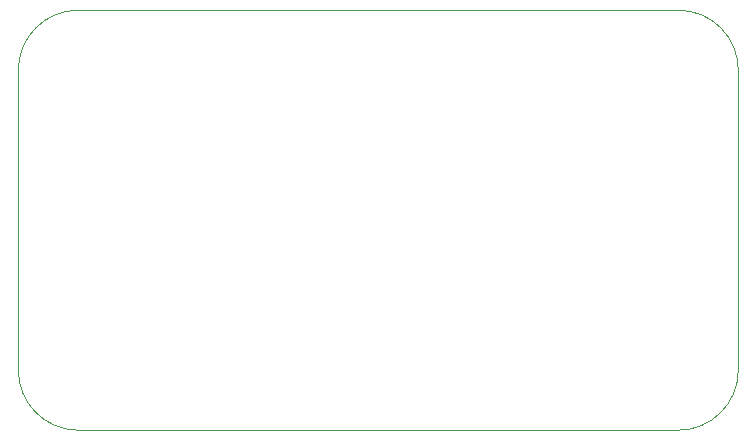
<source format=gbr>
G04 #@! TF.GenerationSoftware,KiCad,Pcbnew,5.1.8+dfsg1-1+b1*
G04 #@! TF.CreationDate,2021-02-01T12:52:58-06:00*
G04 #@! TF.ProjectId,DC_Amplifier,44435f41-6d70-46c6-9966-6965722e6b69,1.1.0*
G04 #@! TF.SameCoordinates,Original*
G04 #@! TF.FileFunction,Profile,NP*
%FSLAX46Y46*%
G04 Gerber Fmt 4.6, Leading zero omitted, Abs format (unit mm)*
G04 Created by KiCad (PCBNEW 5.1.8+dfsg1-1+b1) date 2021-02-01 12:52:58*
%MOMM*%
%LPD*%
G01*
G04 APERTURE LIST*
G04 #@! TA.AperFunction,Profile*
%ADD10C,0.050000*%
G04 #@! TD*
G04 APERTURE END LIST*
D10*
X127000000Y-71120000D02*
X76200000Y-71120000D01*
X132080000Y-101600000D02*
X132080000Y-76200000D01*
X76200000Y-106680000D02*
X127000000Y-106680000D01*
X71120000Y-76200000D02*
X71120000Y-101600000D01*
X132080000Y-101600000D02*
G75*
G02*
X127000000Y-106680000I-5080000J0D01*
G01*
X76200000Y-106680000D02*
G75*
G02*
X71120000Y-101600000I0J5080000D01*
G01*
X71120000Y-76200000D02*
G75*
G02*
X76200000Y-71120000I5080000J0D01*
G01*
X127000000Y-71120000D02*
G75*
G02*
X132080000Y-76200000I0J-5080000D01*
G01*
M02*

</source>
